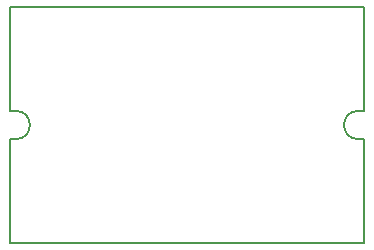
<source format=gbr>
%TF.GenerationSoftware,KiCad,Pcbnew,8.0.7-1.fc41*%
%TF.CreationDate,2024-12-31T22:09:06+08:00*%
%TF.ProjectId,mp2236_power_driver,6d703232-3336-45f7-906f-7765725f6472,rev?*%
%TF.SameCoordinates,Original*%
%TF.FileFunction,Profile,NP*%
%FSLAX46Y46*%
G04 Gerber Fmt 4.6, Leading zero omitted, Abs format (unit mm)*
G04 Created by KiCad (PCBNEW 8.0.7-1.fc41) date 2024-12-31 22:09:06*
%MOMM*%
%LPD*%
G01*
G04 APERTURE LIST*
%TA.AperFunction,Profile*%
%ADD10C,0.150000*%
%TD*%
G04 APERTURE END LIST*
D10*
X140000000Y-71200000D02*
X139500000Y-71200000D01*
X140000000Y-68800000D02*
X139500000Y-68800000D01*
X110000000Y-68800000D02*
X110500000Y-68800000D01*
X110000000Y-71200000D02*
X110500000Y-71200000D01*
X140000000Y-80000000D02*
X140000000Y-71200000D01*
X110000000Y-80000000D02*
X140000000Y-80000000D01*
X110000000Y-71200000D02*
X110000000Y-80000000D01*
X110000000Y-60000000D02*
X110000000Y-68800000D01*
X140000000Y-60000000D02*
X110000000Y-60000000D01*
X140000000Y-68800000D02*
X140000000Y-60000000D01*
X139500000Y-71200000D02*
G75*
G02*
X139500000Y-68800000I0J1200000D01*
G01*
X110500000Y-68800000D02*
G75*
G02*
X110500000Y-71200000I0J-1200000D01*
G01*
M02*

</source>
